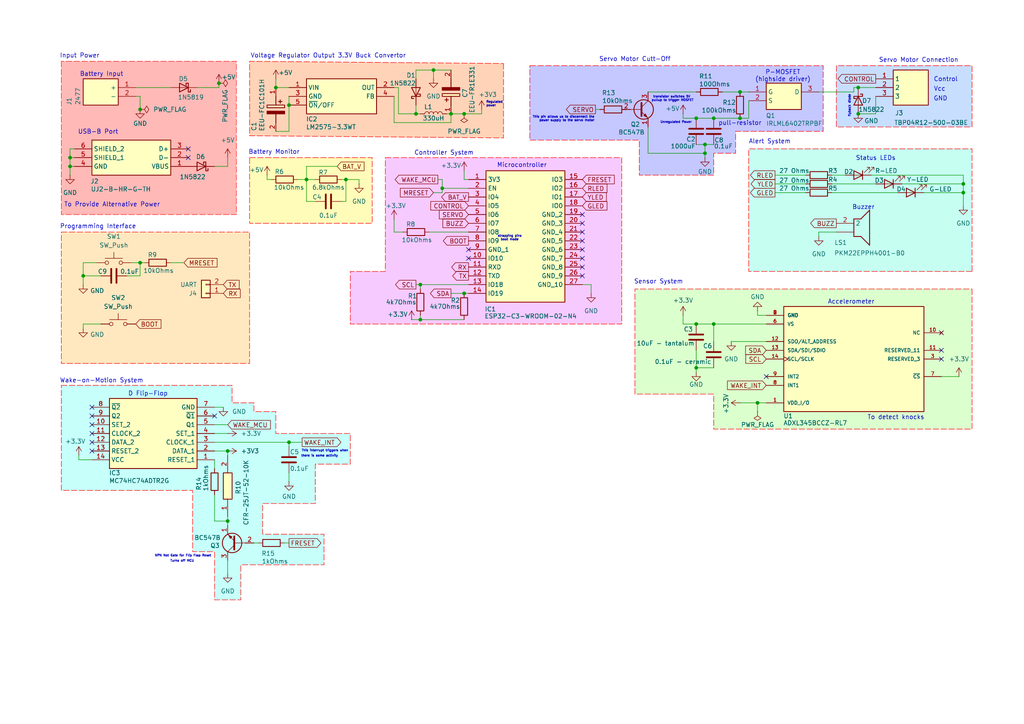
<source format=kicad_sch>
(kicad_sch (version 20250114) (generator "eeschema") (generator_version "9.0")
  (paper "A4")
  (title_block (title "KnockLockSchematic") (date "2025-10-30") (rev "1.5") (company "HSRW") (comment 1 "Group 04"))
  (text "D Flip-Flop\n" (at 42.926 114.3 0) (effects (font (size 1.27 1.27))))
  (text "NPN Not Gate for Flip Flop Reset" (at 53.086 161.29 0) (effects (font (size 0.635 0.635))))
  (text "Voltage Regulator Output 3.3V Buck Convertor\n" (at 72.644 16.256 0) (effects (font (size 1.27 1.27)) (justify left)))
  (text "there is some activity" (at 92.71 132.334 0) (effects (font (size 0.635 0.635))))
  (text "Vcc\n" (at 272.542 25.908 0) (effects (font (size 1.27 1.27))))
  (text "Battery Input" (at 29.464 21.59 0) (effects (font (size 1.27 1.27))))
  (text "P-MOSFET\n(highside driver)\n" (at 227.076 22.098 0) (effects (font (size 1.27 1.27))))
  (text "This interrupt triggers when" (at 94.234 130.81 0) (effects (font (size 0.635 0.635))))
  (text "Controller System\n\n" (at 128.778 45.466 0) (effects (font (size 1.27 1.27))))
  (text "Turns off MCU" (at 52.832 162.814 0) (effects (font (size 0.635 0.635))))
  (text "To detect knocks" (at 259.842 121.158 0) (effects (font (size 1.27 1.27))))
  (text "Control\n" (at 274.32 23.114 0) (effects (font (size 1.27 1.27))))
  (text "Programming Interface" (at 28.448 65.786 0) (effects (font (size 1.27 1.27))))
  (text "flyback diode" (at 246.38 30.734 90) (effects (font (size 0.635 0.635))))
  (text "Wake-on-Motion System" (at 29.464 110.49 0) (effects (font (size 1.27 1.27))))
  (text "strapping pins\nboot mode" (at 147.828 69.088 0) (effects (font (size 0.635 0.635))))
  (text "Unregulated Power" (at 196.088 35.56 0) (effects (font (size 0.635 0.635))))
  (text "Servo Motor Cutt-Off\n" (at 184.15 17.272 0) (effects (font (size 1.27 1.27))))
  (text "Regulated \npower" (at 140.97 30.226 0) (effects (font (size 0.635 0.635)) (justify left)))
  (text "Sensor System" (at 191.008 81.788 0) (effects (font (size 1.27 1.27))))
  (text "GND\n" (at 272.796 28.702 0) (effects (font (size 1.27 1.27))))
  (text "Buzzer\n" (at 250.444 60.198 0) (effects (font (size 1.27 1.27))))
  (text "transistor switches 5V \npullup to trigger MOSFET" (at 195.072 28.702 0) (effects (font (size 0.635 0.635))))
  (text "Alert System" (at 223.266 41.148 0) (effects (font (size 1.27 1.27))))
  (text "Servo Motor Connection\n" (at 266.446 17.526 0) (effects (font (size 1.27 1.27))))
  (text "This pin allows us to disconnect the\npower supply to the servo motor" (at 172.466 34.544 0) (effects (font (size 0.635 0.635)) (justify right)))
  (text "Input Power" (at 23.114 16.256 0) (effects (font (size 1.27 1.27))))
  (text "Microcontroller" (at 151.384 48.006 0) (effects (font (size 1.27 1.27))))
  (text "Accelerometer" (at 246.888 87.63 0) (effects (font (size 1.27 1.27))))
  (text "Battery Monitor" (at 79.502 44.196 0) (effects (font (size 1.27 1.27))))
  (text "Status LEDs" (at 254 45.974 0) (effects (font (size 1.27 1.27))))
  (text "To Provide Alternative Power" (at 32.512 59.436 0) (effects (font (size 1.27 1.27))))
  (text "USB-B Port" (at 28.448 38.354 0) (effects (font (size 1.27 1.27))))
  (text "pull-resistor" (at 214.63 35.814 0) (effects (font (size 1.27 1.27))))
  (junction (at 279.4 53.34))
  (junction (at 207.01 93.98))
  (junction (at 20.32 48.26))
  (junction (at 207.01 34.29))
  (junction (at 40.64 76.2))
  (junction (at 63.5 24.13))
  (junction (at 83.82 128.27))
  (junction (at 219.71 116.84))
  (junction (at 83.82 30.48))
  (junction (at 80.01 25.4))
  (junction (at 121.92 82.55))
  (junction (at 121.92 92.71))
  (junction (at 128.27 54.61))
  (junction (at 248.92 33.02))
  (junction (at 201.93 106.68))
  (junction (at 100.33 52.07))
  (junction (at 279.4 55.88))
  (junction (at 20.32 45.72))
  (junction (at 66.04 151.13))
  (junction (at 88.9 52.07))
  (junction (at 40.64 31.75))
  (junction (at 125.73 20.32))
  (junction (at 201.93 34.29))
  (junction (at 24.13 80.01))
  (junction (at 134.62 33.02))
  (junction (at 130.81 33.02))
  (junction (at 214.63 26.67))
  (junction (at 204.47 44.45))
  (junction (at 201.93 93.98))
  (junction (at 120.65 33.02))
  (junction (at 248.92 25.4))
  (junction (at 204.47 41.91))
  (junction (at 134.62 85.09))
  (junction (at 66.04 130.81))
  (junction (at 214.63 34.29))
  (no_connect (at 26.67 125.73))
  (no_connect (at 168.91 62.23))
  (no_connect (at 54.61 43.18))
  (no_connect (at 168.91 74.93))
  (no_connect (at 273.05 101.6))
  (no_connect (at 168.91 77.47))
  (no_connect (at 135.89 72.39))
  (no_connect (at 168.91 67.31))
  (no_connect (at 135.89 74.93))
  (no_connect (at 54.61 45.72))
  (no_connect (at 273.05 96.52))
  (no_connect (at 168.91 69.85))
  (no_connect (at 26.67 118.11))
  (no_connect (at 168.91 64.77))
  (no_connect (at 168.91 72.39))
  (no_connect (at 26.67 123.19))
  (no_connect (at 26.67 128.27))
  (no_connect (at 222.25 109.22))
  (no_connect (at 273.05 104.14))
  (no_connect (at 168.91 80.01))
  (no_connect (at 26.67 130.81))
  (no_connect (at 26.67 120.65))
  (no_connect (at 62.23 120.65))
  (wire (pts (xy 134.62 52.07) (xy 135.89 52.07)))
  (wire (pts (xy 198.12 33.02) (xy 198.12 34.29)))
  (wire (pts (xy 63.5 25.4) (xy 63.5 24.13)))
  (wire (pts (xy 134.62 85.09) (xy 135.89 85.09)))
  (wire (pts (xy 241.3 50.8) (xy 245.11 50.8)))
  (wire (pts (xy 247.65 25.4) (xy 247.65 26.67)))
  (wire (pts (xy 187.96 36.83) (xy 187.96 44.45)))
  (wire (pts (xy 66.04 152.4) (xy 66.04 151.13)))
  (wire (pts (xy 22.86 133.35) (xy 22.86 132.08)))
  (wire (pts (xy 214.63 26.67) (xy 217.17 26.67)))
  (wire (pts (xy 62.23 123.19) (xy 66.04 123.19)))
  (wire (pts (xy 134.62 49.53) (xy 134.62 52.07)))
  (wire (pts (xy 204.47 45.72) (xy 204.47 44.45)))
  (wire (pts (xy 62.23 151.13) (xy 62.23 143.51)))
  (wire (pts (xy 80.01 38.1) (xy 83.82 38.1)))
  (wire (pts (xy 180.34 31.75) (xy 181.61 31.75)))
  (wire (pts (xy 99.06 58.42) (xy 100.33 58.42)))
  (wire (pts (xy 120.65 20.32) (xy 125.73 20.32)))
  (wire (pts (xy 125.73 55.88) (xy 128.27 55.88)))
  (wire (pts (xy 27.94 76.2) (xy 24.13 76.2)))
  (wire (pts (xy 120.65 82.55) (xy 121.92 82.55)))
  (wire (pts (xy 207.01 106.68) (xy 201.93 106.68)))
  (wire (pts (xy 73.66 157.48) (xy 74.93 157.48)))
  (wire (pts (xy 24.13 93.98) (xy 29.21 93.98)))
  (wire (pts (xy 83.82 139.7) (xy 83.82 137.16)))
  (wire (pts (xy 21.59 43.18) (xy 20.32 43.18)))
  (wire (pts (xy 66.04 48.26) (xy 66.04 45.72)))
  (wire (pts (xy 115.57 25.4) (xy 115.57 33.02)))
  (wire (pts (xy 121.92 91.44) (xy 121.92 92.71)))
  (wire (pts (xy 66.04 149.86) (xy 66.04 151.13)))
  (wire (pts (xy 66.04 151.13) (xy 62.23 151.13)))
  (wire (pts (xy 130.81 85.09) (xy 134.62 85.09)))
  (wire (pts (xy 254 33.02) (xy 248.92 33.02)))
  (wire (pts (xy 172.72 31.75) (xy 173.99 31.75)))
  (wire (pts (xy 77.47 50.8) (xy 77.47 52.07)))
  (wire (pts (xy 20.32 45.72) (xy 20.32 48.26)))
  (wire (pts (xy 214.63 34.29) (xy 217.17 34.29)))
  (wire (pts (xy 130.81 33.02) (xy 130.81 35.56)))
  (wire (pts (xy 198.12 91.44) (xy 198.12 93.98)))
  (wire (pts (xy 273.05 109.22) (xy 278.13 109.22)))
  (wire (pts (xy 83.82 128.27) (xy 83.82 129.54)))
  (wire (pts (xy 128.27 54.61) (xy 135.89 54.61)))
  (wire (pts (xy 201.93 107.95) (xy 201.93 106.68)))
  (wire (pts (xy 114.3 35.56) (xy 130.81 35.56)))
  (wire (pts (xy 201.93 34.29) (xy 207.01 34.29)))
  (wire (pts (xy 139.7 33.02) (xy 139.7 31.75)))
  (wire (pts (xy 121.92 83.82) (xy 121.92 82.55)))
  (wire (pts (xy 36.83 80.01) (xy 40.64 80.01)))
  (wire (pts (xy 20.32 45.72) (xy 21.59 45.72)))
  (wire (pts (xy 187.96 44.45) (xy 204.47 44.45)))
  (wire (pts (xy 267.97 55.88) (xy 279.4 55.88)))
  (wire (pts (xy 201.93 93.98) (xy 207.01 93.98)))
  (wire (pts (xy 24.13 80.01) (xy 29.21 80.01)))
  (wire (pts (xy 219.71 90.17) (xy 219.71 91.44)))
  (wire (pts (xy 171.45 82.55) (xy 171.45 85.09)))
  (wire (pts (xy 198.12 34.29) (xy 201.93 34.29)))
  (wire (pts (xy 99.06 52.07) (xy 100.33 52.07)))
  (wire (pts (xy 125.73 20.32) (xy 125.73 22.86)))
  (wire (pts (xy 53.34 76.2) (xy 49.53 76.2)))
  (wire (pts (xy 39.37 25.4) (xy 49.53 25.4)))
  (wire (pts (xy 130.81 33.02) (xy 134.62 33.02)))
  (wire (pts (xy 119.38 92.71) (xy 121.92 92.71)))
  (wire (pts (xy 120.65 30.48) (xy 120.65 33.02)))
  (wire (pts (xy 252.73 50.8) (xy 279.4 50.8)))
  (wire (pts (xy 134.62 33.02) (xy 139.7 33.02)))
  (wire (pts (xy 97.79 48.26) (xy 88.9 48.26)))
  (wire (pts (xy 207.01 99.06) (xy 207.01 93.98)))
  (wire (pts (xy 120.65 20.32) (xy 120.65 22.86)))
  (wire (pts (xy 62.23 133.35) (xy 62.23 135.89)))
  (wire (pts (xy 219.71 116.84) (xy 222.25 116.84)))
  (wire (pts (xy 86.36 52.07) (xy 88.9 52.07)))
  (wire (pts (xy 40.64 76.2) (xy 38.1 76.2)))
  (wire (pts (xy 24.13 80.01) (xy 24.13 82.55)))
  (wire (pts (xy 124.46 67.31) (xy 135.89 67.31)))
  (wire (pts (xy 114.3 27.94) (xy 114.3 35.56)))
  (wire (pts (xy 128.27 52.07) (xy 128.27 54.61)))
  (wire (pts (xy 21.59 48.26) (xy 20.32 48.26)))
  (wire (pts (xy 66.04 125.73) (xy 62.23 125.73)))
  (wire (pts (xy 115.57 33.02) (xy 120.65 33.02)))
  (wire (pts (xy 222.25 91.44) (xy 219.71 91.44)))
  (wire (pts (xy 24.13 76.2) (xy 24.13 80.01)))
  (wire (pts (xy 224.79 55.88) (xy 233.68 55.88)))
  (wire (pts (xy 125.73 20.32) (xy 130.81 20.32)))
  (wire (pts (xy 26.67 133.35) (xy 22.86 133.35)))
  (wire (pts (xy 279.4 59.69) (xy 279.4 55.88)))
  (wire (pts (xy 121.92 92.71) (xy 134.62 92.71)))
  (wire (pts (xy 20.32 48.26) (xy 20.32 50.8)))
  (wire (pts (xy 247.65 26.67) (xy 237.49 26.67)))
  (wire (pts (xy 83.82 38.1) (xy 83.82 30.48)))
  (wire (pts (xy 80.01 22.86) (xy 80.01 25.4)))
  (wire (pts (xy 214.63 116.84) (xy 219.71 116.84)))
  (wire (pts (xy 41.91 76.2) (xy 40.64 76.2)))
  (wire (pts (xy 62.23 48.26) (xy 66.04 48.26)))
  (wire (pts (xy 66.04 130.81) (xy 66.04 132.08)))
  (wire (pts (xy 82.55 157.48) (xy 83.82 157.48)))
  (wire (pts (xy 62.23 130.81) (xy 66.04 130.81)))
  (wire (pts (xy 62.23 128.27) (xy 83.82 128.27)))
  (wire (pts (xy 121.92 33.02) (xy 120.65 33.02)))
  (wire (pts (xy 198.12 93.98) (xy 201.93 93.98)))
  (wire (pts (xy 88.9 48.26) (xy 88.9 52.07)))
  (wire (pts (xy 88.9 58.42) (xy 88.9 52.07)))
  (wire (pts (xy 209.55 26.67) (xy 214.63 26.67)))
  (wire (pts (xy 83.82 27.94) (xy 83.82 30.48)))
  (wire (pts (xy 88.9 52.07) (xy 91.44 52.07)))
  (wire (pts (xy 104.14 52.07) (xy 104.14 53.34)))
  (wire (pts (xy 261.62 53.34) (xy 279.4 53.34)))
  (wire (pts (xy 40.64 80.01) (xy 40.64 76.2)))
  (wire (pts (xy 121.92 82.55) (xy 135.89 82.55)))
  (wire (pts (xy 20.32 43.18) (xy 20.32 45.72)))
  (wire (pts (xy 187.96 26.67) (xy 201.93 26.67)))
  (wire (pts (xy 128.27 55.88) (xy 128.27 54.61)))
  (wire (pts (xy 217.17 34.29) (xy 217.17 29.21)))
  (wire (pts (xy 207.01 34.29) (xy 214.63 34.29)))
  (wire (pts (xy 224.79 50.8) (xy 233.68 50.8)))
  (wire (pts (xy 91.44 58.42) (xy 88.9 58.42)))
  (wire (pts (xy 204.47 41.91) (xy 207.01 41.91)))
  (wire (pts (xy 279.4 53.34) (xy 279.4 55.88)))
  (wire (pts (xy 100.33 52.07) (xy 104.14 52.07)))
  (wire (pts (xy 242.57 67.31) (xy 237.49 67.31)))
  (wire (pts (xy 207.01 93.98) (xy 222.25 93.98)))
  (wire (pts (xy 114.3 67.31) (xy 116.84 67.31)))
  (wire (pts (xy 100.33 58.42) (xy 100.33 52.07)))
  (wire (pts (xy 168.91 82.55) (xy 171.45 82.55)))
  (wire (pts (xy 204.47 44.45) (xy 204.47 41.91)))
  (wire (pts (xy 130.81 33.02) (xy 129.54 33.02)))
  (wire (pts (xy 212.09 99.06) (xy 222.25 99.06)))
  (wire (pts (xy 247.65 25.4) (xy 248.92 25.4)))
  (wire (pts (xy 254 27.94) (xy 254 33.02)))
  (wire (pts (xy 40.64 27.94) (xy 39.37 27.94)))
  (wire (pts (xy 57.15 25.4) (xy 63.5 25.4)))
  (wire (pts (xy 241.3 53.34) (xy 254 53.34)))
  (wire (pts (xy 24.13 95.25) (xy 24.13 93.98)))
  (wire (pts (xy 237.49 67.31) (xy 237.49 68.58)))
  (wire (pts (xy 127 52.07) (xy 128.27 52.07)))
  (wire (pts (xy 80.01 25.4) (xy 83.82 25.4)))
  (wire (pts (xy 40.64 27.94) (xy 40.64 31.75)))
  (wire (pts (xy 64.77 118.11) (xy 62.23 118.11)))
  (wire (pts (xy 201.93 101.6) (xy 201.93 106.68)))
  (wire (pts (xy 114.3 25.4) (xy 115.57 25.4)))
  (wire (pts (xy 66.04 162.56) (xy 66.04 166.37)))
  (wire (pts (xy 224.79 53.34) (xy 233.68 53.34)))
  (wire (pts (xy 83.82 128.27) (xy 87.63 128.27)))
  (wire (pts (xy 219.71 116.84) (xy 219.71 119.38)))
  (wire (pts (xy 248.92 25.4) (xy 254 25.4)))
  (wire (pts (xy 77.47 52.07) (xy 78.74 52.07)))
  (wire (pts (xy 201.93 41.91) (xy 204.47 41.91)))
  (wire (pts (xy 279.4 50.8) (xy 279.4 53.34)))
  (wire (pts (xy 241.3 55.88) (xy 260.35 55.88)))
  (wire (pts (xy 114.3 63.5) (xy 114.3 67.31)))
  (global_label "RLED" (shape input) (at 168.91 54.61 0) (property "Intersheetrefs" "${INTERSHEET_REFS}" (effects (hide yes))))
  (global_label "WAKE_MCU" (shape input) (at 66.04 123.19 0) (property "Intersheetrefs" "${INTERSHEET_REFS}" (effects (hide yes))))
  (global_label "SERVO" (shape output) (at 172.72 31.75 180) (property "Intersheetrefs" "${INTERSHEET_REFS}" (effects (hide yes))))
  (global_label "BAT_V" (shape output) (at 135.89 57.15 180) (property "Intersheetrefs" "${INTERSHEET_REFS}" (effects (hide yes))))
  (global_label "SCL" (shape input) (at 222.25 104.14 180) (property "Intersheetrefs" "${INTERSHEET_REFS}" (effects (hide yes))))
  (global_label "WAKE_INT" (shape input) (at 222.25 111.76 180) (property "Intersheetrefs" "${INTERSHEET_REFS}" (effects (hide yes))))
  (global_label "RX" (shape output) (at 135.89 77.47 180) (property "Intersheetrefs" "${INTERSHEET_REFS}" (effects (hide yes))))
  (global_label "SERVO" (shape input) (at 135.89 62.23 180) (property "Intersheetrefs" "${INTERSHEET_REFS}" (effects (hide yes))))
  (global_label "CONTROL" (shape input) (at 135.89 59.69 180) (property "Intersheetrefs" "${INTERSHEET_REFS}" (effects (hide yes))))
  (global_label "MRESET" (shape input) (at 125.73 55.88 180) (property "Intersheetrefs" "${INTERSHEET_REFS}" (effects (hide yes))))
  (global_label "YLED" (shape input) (at 168.91 57.15 0) (property "Intersheetrefs" "${INTERSHEET_REFS}" (effects (hide yes))))
  (global_label "RLED" (shape output) (at 224.79 50.8 180) (property "Intersheetrefs" "${INTERSHEET_REFS}" (effects (hide yes))))
  (global_label "WAKE_INT" (shape output) (at 87.63 128.27 0) (property "Intersheetrefs" "${INTERSHEET_REFS}" (effects (hide yes))))
  (global_label "FRESET" (shape input) (at 168.91 52.07 0) (property "Intersheetrefs" "${INTERSHEET_REFS}" (effects (hide yes))))
  (global_label "BOOT" (shape output) (at 135.89 69.85 180) (property "Intersheetrefs" "${INTERSHEET_REFS}" (effects (hide yes))))
  (global_label "SDA" (shape output) (at 130.81 85.09 180) (property "Intersheetrefs" "${INTERSHEET_REFS}" (effects (hide yes))))
  (global_label "TX" (shape output) (at 135.89 80.01 180) (property "Intersheetrefs" "${INTERSHEET_REFS}" (effects (hide yes))))
  (global_label "YLED" (shape output) (at 224.79 53.34 180) (property "Intersheetrefs" "${INTERSHEET_REFS}" (effects (hide yes))))
  (global_label "BOOT" (shape input) (at 39.37 93.98 0) (property "Intersheetrefs" "${INTERSHEET_REFS}" (effects (hide yes))))
  (global_label "SDA" (shape input) (at 222.25 101.6 180) (property "Intersheetrefs" "${INTERSHEET_REFS}" (effects (hide yes))))
  (global_label "GLED" (shape input) (at 168.91 59.69 0) (property "Intersheetrefs" "${INTERSHEET_REFS}" (effects (hide yes))))
  (global_label "MRESET" (shape input) (at 53.34 76.2 0) (property "Intersheetrefs" "${INTERSHEET_REFS}" (effects (hide yes))))
  (global_label "BUZZ" (shape output) (at 242.57 64.77 180) (property "Intersheetrefs" "${INTERSHEET_REFS}" (effects (hide yes))))
  (global_label "GLED" (shape output) (at 224.79 55.88 180) (property "Intersheetrefs" "${INTERSHEET_REFS}" (effects (hide yes))))
  (global_label "BAT_V" (shape input) (at 97.79 48.26 0) (property "Intersheetrefs" "${INTERSHEET_REFS}" (effects (hide yes))))
  (global_label "RX" (shape input) (at 64.77 85.09 0) (property "Intersheetrefs" "${INTERSHEET_REFS}" (effects (hide yes))))
  (global_label "TX" (shape input) (at 64.77 82.55 0) (property "Intersheetrefs" "${INTERSHEET_REFS}" (effects (hide yes))))
  (global_label "FRESET" (shape output) (at 83.82 157.48 0) (property "Intersheetrefs" "${INTERSHEET_REFS}" (effects (hide yes))))
  (global_label "WAKE_MCU" (shape output) (at 127 52.07 180) (property "Intersheetrefs" "${INTERSHEET_REFS}" (effects (hide yes))))
  (global_label "SCL" (shape output) (at 120.65 82.55 180) (property "Intersheetrefs" "${INTERSHEET_REFS}" (effects (hide yes))))
  (global_label "CONTROL" (shape output) (at 254 22.86 180) (property "Intersheetrefs" "${INTERSHEET_REFS}" (effects (hide yes))))
  (global_label "BUZZ" (shape input) (at 135.89 64.77 180) (property "Intersheetrefs" "${INTERSHEET_REFS}" (effects (hide yes))))
  (rule_area (polyline (pts (xy 17.78 17.78) (xy 17.78 62.23) (xy 68.58 62.23) (xy 68.58 17.78)) (stroke (width 0) (type dash) (color 255 29 29 1)) (fill (type color) (color 255 23 12 0.3))))
  (rule_area (polyline (pts (xy 242.57 19.05) (xy 242.57 36.83) (xy 281.94 36.83) (xy 281.94 19.05)) (stroke (width 0) (type dash)) (fill (type color) (color 74 147 255 0.3019607843))))
  (rule_area (polyline (pts (xy 153.67 19.05) (xy 238.76 19.05) (xy 238.76 38.1) (xy 213.36 38.1) (xy 213.36 44.45) (xy 207.01 44.45) (xy 207.01 50.8) (xy 185.42 50.8) (xy 185.42 40.64) (xy 153.67 40.64)) (stroke (width 0) (type dash)) (fill (type color) (color 60 67 255 0.3))))
  (rule_area (polyline (pts (xy 281.94 83.82) (xy 281.94 124.46) (xy 207.01 124.46) (xy 207.01 114.3) (xy 184.15 114.3) (xy 184.15 83.82)) (stroke (width 0) (type dash)) (fill (type color) (color 138 255 90 0.3))))
  (rule_area (polyline (pts (xy 72.39 45.72) (xy 107.95 45.72) (xy 107.95 64.77) (xy 72.39 64.77)) (stroke (width 0) (type dash)) (fill (type color) (color 255 240 18 0.3))))
  (rule_area (polyline (pts (xy 17.78 111.76) (xy 67.31 111.76) (xy 67.31 116.84) (xy 73.66 116.84) (xy 73.66 119.38) (xy 80.01 119.38) (xy 80.01 125.73) (xy 101.6 125.73) (xy 101.6 134.62) (xy 91.44 134.62) (xy 91.44 146.05) (xy 76.2 146.05) (xy 76.2 154.94) (xy 93.98 154.94) (xy 93.98 163.83) (xy 69.85 163.83) (xy 69.85 173.99) (xy 62.23 173.99) (xy 62.23 160.02) (xy 55.88 160.02) (xy 55.88 142.24) (xy 17.78 142.24)) (stroke (width 0) (type dash)) (fill (type color) (color 69 255 238 0.3))))
  (rule_area (polyline (pts (xy 17.78 67.31) (xy 50.8 67.31) (xy 72.39 67.31) (xy 72.39 76.2) (xy 72.39 105.41) (xy 50.8 105.41) (xy 50.8 105.41) (xy 17.78 105.41)) (stroke (width 0) (type dash)) (fill (type color) (color 255 176 41 0.3))))
  (rule_area (polyline (pts (xy 281.94 78.74) (xy 217.17 78.74) (xy 217.17 43.18) (xy 281.94 43.18)) (stroke (width 0) (type dash)) (fill (type color) (color 66 255 212 0.3))))
  (rule_area (polyline (pts (xy 146.05 18.415) (xy 146.05 40.005) (xy 72.39 39.37) (xy 72.39 17.78)) (stroke (width 0) (type dash)) (fill (type color) (color 255 109 17 0.3))))
  (rule_area (polyline (pts (xy 111.76 45.72) (xy 180.34 45.72) (xy 180.34 93.98) (xy 101.6 93.98) (xy 101.6 78.74) (xy 111.76 78.74)) (stroke (width 0) (type dash)) (fill (type color) (color 227 78 255 0.3))))
  (symbol (lib_id "power:GND") (at 279.4 59.69 0) (unit 1)
    (property "Reference" "#PWR024" (effects (hide yes)))
    (property "Value" "GND" (at 279.4 64.77 0))
    (property "Description" "Power symbol creates a global label with name \"GND\" , ground" (effects (hide yes)))
  )
  (symbol (lib_id "SamacSys_Parts:EEU-FC1C101H") (at 80.01 25.4 270) (unit 1)
    (property "Reference" "C1" (at 73.66 35.306 0) (effects (justify left)))
    (property "Value" "EEU-FC1C101H" (at 75.946 22.86 0) (effects (justify left)))
    (property "Footprint" "SamacSys_Parts:CAPPRD250W55D630H1220" (effects (hide yes)))
    (property "Datasheet" "http://industrial.panasonic.com/cdbs/www-data/pdf/RDF0000/ABA0000C1209.pdf" (effects (hide yes)))
    (property "Description" "Aluminium Electrolytic Capacitor, Radial Lead, AEC-Q200, 105?C" (effects (hide yes)))
    (property "Height" "12.2" (effects (hide yes)))
    (property "Mouser Part Number" "667-EEU-FC1C101H" (effects (hide yes)))
    (property "Mouser Price/Stock" "https://www.mouser.co.uk/ProductDetail/Panasonic/EEU-FC1C101H?qs=%2FC1U95aQ15szP%252BXx0reJVg%3D%3D" (effects (hide yes)))
    (property "Manufacturer_Name" "Panasonic" (effects (hide yes)))
    (property "Manufacturer_Part_Number" "EEU-FC1C101H" (effects (hide yes)))
  )
  (symbol (lib_id "Device:C") (at 207.01 102.87 180) (unit 1)
    (property "Reference" "C6" (at 205.232 100.33 0))
    (property "Value" "0.1uF - ceramic" (at 198.12 104.902 0))
    (property "Description" "Unpolarized capacitor" (effects (hide yes)))
  )
  (symbol (lib_id "power:+3.3V") (at 198.12 91.44 0) (unit 1)
    (property "Reference" "#PWR026" (effects (hide yes)))
    (property "Value" "+3.3V" (at 198.12 87.122 0))
    (property "Description" "Power symbol creates a global label with name \"+3.3V\"" (effects (hide yes)))
  )
  (symbol (lib_id "SamacSys_Parts:CFR-25JT-52-10K") (at 66.04 149.86 90) (unit 1)
    (property "Reference" "R10" (at 69.088 139.446 0) (effects (justify right)))
    (property "Value" "CFR-25JT-52-10K" (at 71.374 133.35 0) (effects (justify right)))
    (property "Footprint" "SamacSys_Parts:RESAD1590W60L630D240" (effects (hide yes)))
    (property "Datasheet" "https://www.yageo.com/upload/media/product/productsearch/datasheet/lr/YAGEO%20CFR_datasheet_2021v0.pdf" (effects (hide yes)))
    (property "Description" "Carbon Film Resistors - Through Hole 10 kOhms 250 mW 5% -350/ +500 PPM / C" (effects (hide yes)))
    (property "Mouser Part Number" "603-CFR-25JT-52-10K" (effects (hide yes)))
    (property "Mouser Price/Stock" "https://www.mouser.co.uk/ProductDetail/YAGEO/CFR-25JT-52-10K?qs=sxZXDnvRBEh6BTlAYl6hWg%3D%3D" (effects (hide yes)))
    (property "Manufacturer_Name" "YAGEO" (effects (hide yes)))
    (property "Manufacturer_Part_Number" "CFR-25JT-52-10K" (effects (hide yes)))
  )
  (symbol (lib_id "Transistor_BJT:2N3904") (at 185.42 31.75 0) (unit 1)
    (property "Reference" "Q2" (at 182.88 36.068 0) (effects (justify left)))
    (property "Value" "BC547B" (at 179.324 38.354 0) (effects (justify left)))
    (property "Footprint" "Package_TO_SOT_THT:TO-92_HandSolder" (effects (hide yes)))
    (property "Datasheet" "https://www.onsemi.com/pub/Collateral/2N3903-D.PDF" (effects (hide yes)))
    (property "Description" "0.2A Ic, 40V Vce, Small Signal NPN Transistor, TO-92" (effects (hide yes)))
  )
  (symbol (lib_id "Device:R") (at 237.49 55.88 90) (unit 1)
    (property "Reference" "R5" (at 241.554 54.61 90))
    (property "Value" "27 Ohms" (at 230.378 54.61 90))
    (property "Footprint" "SamacSys_Parts:RESAD1590W60L630D240" (effects (hide yes)))
    (property "Description" "Resistor" (effects (hide yes)))
  )
  (symbol (lib_id "SamacSys_Parts:TBP04R12-500-03BE") (at 254 22.86 0) (unit 1)
    (property "Reference" "J3" (at 259.588 32.766 0) (effects (justify left)))
    (property "Value" "TBP04R12-500-03BE" (at 259.334 35.56 0) (effects (justify left)))
    (property "Footprint" "SamacSys_Parts:TBP04R1250003BE" (effects (hide yes)))
    (property "Datasheet" "https://www.sameskydevices.com/product/resource/tbp04r12-500.pdf" (effects (hide yes)))
    (property "Description" "3 Position Terminal Block Header, Male Pins, Shrouded (4 Side) 0.197\" (5.00mm) 90, Right Angle Through Hole" (effects (hide yes)))
    (property "Height" "8.8" (effects (hide yes)))
    (property "Mouser Part Number" "179-TBP04R12-50003BE" (effects (hide yes)))
    (property "Mouser Price/Stock" "https://www.mouser.co.uk/ProductDetail/CUI-Devices/TBP04R12-500-03BE?qs=TCDPyi3sCW0NaxY6tKwPhA%3D%3D" (effects (hide yes)))
    (property "Manufacturer_Name" "Same Sky" (effects (hide yes)))
    (property "Manufacturer_Part_Number" "TBP04R12-500-03BE" (effects (hide yes)))
  )
  (symbol (lib_id "SamacSys_Parts:MC74HC74ADTR2G") (at 62.23 133.35 180) (unit 1)
    (property "Reference" "IC3" (at 33.274 137.16 0))
    (property "Value" "MC74HC74ADTR2G" (at 40.386 139.446 0))
    (property "Footprint" "SamacSys_Parts:SOP65P640X120-14N" (effects (hide yes)))
    (property "Datasheet" "https://www.onsemi.com/pub/Collateral/MC74HC74A-D.PDF" (effects (hide yes)))
    (property "Description" "Operating Voltage Range: 2.0 to 6.0 V; Output Drive Capability: 10 LSTTL Loads; In Compliance with the Requirements Defined by JEDEC Standard No. 7A; High Noise Immunity Characteristic of CMOS Devices; Chip Complexity: 128 FETs or 32 Equivalent Gates; Outputs Directly Interface to CMOS, NMOS, and TTL; Low Input Current: 1.0 mA; Pb-Free Packages are Available" (effects (hide yes)))
    (property "Height" "1.2" (effects (hide yes)))
    (property "Mouser Part Number" "863-MC74HC74ADTR2G" (effects (hide yes)))
    (property "Mouser Price/Stock" "https://www.mouser.co.uk/ProductDetail/onsemi/MC74HC74ADTR2G?qs=qg33o%252B8vzFpElZhsrDIJOg%3D%3D" (effects (hide yes)))
    (property "Manufacturer_Name" "onsemi" (effects (hide yes)))
    (property "Manufacturer_Part_Number" "MC74HC74ADTR2G" (effects (hide yes)))
  )
  (symbol (lib_id "power:GND") (at 66.04 166.37 0) (unit 1)
    (property "Reference" "#PWR010" (effects (hide yes)))
    (property "Value" "GND" (at 66.04 171.45 0))
    (property "Description" "Power symbol creates a global label with name \"GND\" , ground" (effects (hide yes)))
  )
  (symbol (lib_id "power:GND") (at 104.14 53.34 0) (unit 1)
    (property "Reference" "#PWR07" (effects (hide yes)))
    (property "Value" "GND" (at 104.14 58.42 0))
    (property "Description" "Power symbol creates a global label with name \"GND\" , ground" (effects (hide yes)))
  )
  (symbol (lib_id "power:GND") (at 219.71 90.17 180) (unit 1)
    (property "Reference" "#PWR025" (effects (hide yes)))
    (property "Value" "GND" (at 219.71 86.106 0))
    (property "Description" "Power symbol creates a global label with name \"GND\" , ground" (effects (hide yes)))
  )
  (symbol (lib_id "power:GND") (at 20.32 50.8 0) (unit 1)
    (property "Reference" "#PWR09" (effects (hide yes)))
    (property "Value" "GND" (at 20.32 55.88 0))
    (property "Description" "Power symbol creates a global label with name \"GND\" , ground" (effects (hide yes)))
  )
  (symbol (lib_id "power:+5V") (at 63.5 24.13 0) (unit 1)
    (property "Reference" "#PWR04" (effects (hide yes)))
    (property "Value" "+5V" (at 66.294 22.352 0))
    (property "Description" "Power symbol creates a global label with name \"+5V\"" (effects (hide yes)))
  )
  (symbol (lib_id "Device:LED") (at 248.92 50.8 180) (unit 1)
    (property "Reference" "D2" (at 246.126 49.784 0))
    (property "Value" "R-LED" (at 257.048 49.53 0))
    (property "Description" "Light emitting diode" (effects (hide yes)))
    (property "Sim.Pins" "1=K 2=A" (effects (hide yes)))
  )
  (symbol (lib_id "Device:C") (at 83.82 133.35 0) (unit 1)
    (property "Reference" "C5" (at 84.074 131.064 0) (effects (justify left)))
    (property "Value" "0.1uF" (at 84.074 135.89 0) (effects (justify left)))
    (property "Description" "Unpolarized capacitor" (effects (hide yes)))
  )
  (symbol (lib_id "Device:R") (at 205.74 26.67 90) (unit 1)
    (property "Reference" "R11" (at 204.724 22.098 90))
    (property "Value" "100Ohms" (at 207.264 24.384 90))
    (property "Description" "Resistor" (effects (hide yes)))
  )
  (symbol (lib_id "Device:LED") (at 257.81 53.34 180) (unit 1)
    (property "Reference" "D3" (at 255.016 52.324 0))
    (property "Value" "Y-LED" (at 266.192 52.07 0))
    (property "Description" "Light emitting diode" (effects (hide yes)))
    (property "Sim.Pins" "1=K 2=A" (effects (hide yes)))
  )
  (symbol (lib_id "SamacSys_Parts:PKM22EPPH4001-B0") (at 242.57 64.77 0) (unit 1)
    (property "Reference" "LS1" (at 243.84 70.358 0))
    (property "Value" "PKM22EPPH4001-B0" (at 252.222 73.406 0))
    (property "Footprint" "SamacSys_Parts:PKM22EPPH4001B0" (effects (hide yes)))
    (property "Datasheet" "https://www.murata.com/products/productdata/8801054064670/SPEC-PKM22EPPH4001-B0.pdf?1517839211000" (effects (hide yes)))
    (property "Description" "Buzzers Transducer, Externally Driven Piezo 1.5 V 4kHz 75dB @ 1.5V, 10cm Through Hole PC Pins" (effects (hide yes)))
    (property "Height" "10.7" (effects (hide yes)))
    (property "Mouser Part Number" "81-PKM22EPPH4001-B0" (effects (hide yes)))
    (property "Mouser Price/Stock" "https://www.mouser.co.uk/ProductDetail/Murata-Electronics/PKM22EPPH4001-B0?qs=flZjIlU0hx2Fke4m2iZ9MA%3D%3D" (effects (hide yes)))
    (property "Manufacturer_Name" "Murata Electronics" (effects (hide yes)))
    (property "Manufacturer_Part_Number" "PKM22EPPH4001-B0" (effects (hide yes)))
  )
  (symbol (lib_id "power:+3.3V") (at 214.63 116.84 90) (unit 1)
    (property "Reference" "#PWR027" (effects (hide yes)))
    (property "Value" "+3.3V" (at 210.566 117.094 0))
    (property "Description" "Power symbol creates a global label with name \"+3.3V\"" (effects (hide yes)))
  )
  (symbol (lib_id "Device:C") (at 201.93 97.79 180) (unit 1)
    (property "Reference" "C3" (at 199.644 95.504 0))
    (property "Value" "10uF - tantalum" (at 193.04 99.568 0))
    (property "Description" "Unpolarized capacitor" (effects (hide yes)))
  )
  (symbol (lib_id "Switch:SW_Push") (at 33.02 76.2 0) (unit 1)
    (property "Reference" "SW1" (at 33.02 68.58 0))
    (property "Value" "SW_Push" (at 33.02 71.12 0))
    (property "Description" "Push button switch, generic, two pins" (effects (hide yes)))
  )
  (symbol (lib_id "power:+3.3V") (at 278.13 109.22 0) (unit 1)
    (property "Reference" "#PWR028" (effects (hide yes)))
    (property "Value" "+3.3V" (at 278.13 104.14 0))
    (property "Description" "Power symbol creates a global label with name \"+3.3V\"" (effects (hide yes)))
  )
  (symbol (lib_id "Switch:SW_Push") (at 34.29 93.98 0) (unit 1)
    (property "Reference" "SW2" (at 34.29 86.36 0))
    (property "Value" "SW_Push" (at 34.29 88.9 0))
    (property "Description" "Push button switch, generic, two pins" (effects (hide yes)))
  )
  (symbol (lib_id "Device:R") (at 82.55 52.07 90) (unit 1)
    (property "Reference" "R6" (at 81.026 49.784 90))
    (property "Value" "10kOhms" (at 83.82 54.356 90))
    (property "Footprint" "SamacSys_Parts:RESAD1590W60L630D240" (effects (hide yes)))
    (property "Description" "Resistor" (effects (hide yes)))
  )
  (symbol (lib_id "Diode:1N5822") (at 248.92 29.21 270) (unit 1)
    (property "Reference" "D7" (at 252.73 29.21 90) (effects (justify right)))
    (property "Value" "1N5822" (at 256.54 31.75 90) (effects (justify right)))
    (property "Footprint" "Diode_THT:D_DO-201AD_P15.24mm_Horizontal" (effects (hide yes)))
    (property "Datasheet" "http://www.vishay.com/docs/88526/1n5820.pdf" (effects (hide yes)))
    (property "Description" "40V 3A Schottky Barrier Rectifier Diode, DO-201AD" (effects (hide yes)))
  )
  (symbol (lib_id "power:+3.3V") (at 22.86 132.08 0) (unit 1)
    (property "Reference" "#PWR02" (effects (hide yes)))
    (property "Value" "+3.3V" (at 21.844 128.016 0))
    (property "Description" "Power symbol creates a global label with name \"+3.3V\"" (effects (hide yes)))
  )
  (symbol (lib_id "Device:C") (at 33.02 80.01 90) (unit 1)
    (property "Reference" "C9" (at 29.718 78.74 90))
    (property "Value" "0.1uF" (at 37.592 78.74 90))
    (property "Description" "Unpolarized capacitor" (effects (hide yes)))
  )
  (symbol (lib_id "Device:R") (at 121.92 87.63 180) (unit 1)
    (property "Reference" "R1" (at 119.634 85.852 0))
    (property "Value" "4k7Ohms" (at 116.332 87.63 0))
    (property "Footprint" "SamacSys_Parts:RESAD1590W60L630D240" (effects (hide yes)))
    (property "Description" "Resistor" (effects (hide yes)))
  )
  (symbol (lib_id "Device:R") (at 177.8 31.75 90) (unit 1)
    (property "Reference" "R13" (at 176.53 26.924 90))
    (property "Value" "10kOhms" (at 179.07 29.21 90))
    (property "Description" "Resistor" (effects (hide yes)))
  )
  (symbol (lib_id "Device:R") (at 95.25 52.07 90) (unit 1)
    (property "Reference" "R7" (at 93.726 50.038 90))
    (property "Value" "6.8kOhms" (at 95.25 54.356 90))
    (property "Footprint" "SamacSys_Parts:RESAD1590W60L630D240" (effects (hide yes)))
    (property "Description" "Resistor" (effects (hide yes)))
  )
  (symbol (lib_id "SamacSys_Parts:IRLML6402TRPBF") (at 217.17 26.67 0) (unit 1)
    (property "Reference" "Q1" (at 223.52 33.528 0))
    (property "Value" "IRLML6402TRPBF" (at 230.378 35.814 0))
    (property "Footprint" "SamacSys_Parts:SOT95P237X112-3N" (effects (hide yes)))
    (property "Datasheet" "http://www.infineon.com/dgdl/irlml6402pbf.pdf?fileId=5546d462533600a401535668d5c2263c" (effects (hide yes)))
    (property "Description" "MOSFET MOSFT P-Ch -3.7A 65mOhm 8nC Log Lvl" (effects (hide yes)))
    (property "Height" "1.12" (effects (hide yes)))
    (property "Mouser Part Number" "942-IRLML6402TRPBF" (effects (hide yes)))
    (property "Mouser Price/Stock" "https://www.mouser.co.uk/ProductDetail/Infineon-Technologies/IRLML6402TRPBF?qs=9%252BKlkBgLFf0HuZuONx2Ewg%3D%3D" (effects (hide yes)))
    (property "Manufacturer_Name" "Infineon" (effects (hide yes)))
    (property "Manufacturer_Part_Number" "IRLML6402TRPBF" (effects (hide yes)))
  )
  (symbol (lib_id "Connector_Generic:Conn_01x02") (at 59.69 85.09 180) (unit 1)
    (property "Reference" "J4" (at 57.15 85.0901 0) (effects (justify left)))
    (property "Value" "UART" (at 57.15 82.5501 0) (effects (justify left)))
    (property "Footprint" "Connector_PinHeader_2.54mm:PinHeader_1x02_P2.54mm_Vertical" (effects (hide yes)))
    (property "Description" "Generic connector, single row, 01x02, script generated (kicad-library-utils/schlib/autogen/connector/)" (effects (hide yes)))
  )
  (symbol (lib_id "SamacSys_Parts:LM2575-3.3WT") (at 83.82 25.4 0) (unit 1)
    (property "Reference" "IC2" (at 90.424 34.544 0))
    (property "Value" "LM2575-3.3WT" (at 96.012 36.83 0))
    (property "Footprint" "SamacSys_Parts:LM257533WT" (effects (hide yes)))
    (property "Datasheet" "https://ww1.microchip.com/downloads/en/DeviceDoc/lm2575.pdf" (effects (hide yes)))
    (property "Description" "Switching Voltage Regulators 1A Step-Down SMPS Regulator" (effects (hide yes)))
    (property "Height" "15.113" (effects (hide yes)))
    (property "Mouser Part Number" "998-LM2575-3.3WT" (effects (hide yes)))
    (property "Mouser Price/Stock" "https://www.mouser.co.uk/ProductDetail/Microchip-Technology/LM2575-3.3WT?qs=kh6iOki%2FeLFAZSEMjMNbiQ%3D%3D" (effects (hide yes)))
    (property "Manufacturer_Name" "Microchip" (effects (hide yes)))
    (property "Manufacturer_Part_Number" "LM2575-3.3WT" (effects (hide yes)))
  )
  (symbol (lib_id "power:GND") (at 248.92 33.02 0) (unit 1)
    (property "Reference" "#PWR015" (effects (hide yes)))
    (property "Value" "GND" (at 252.73 35.052 0))
    (property "Description" "Power symbol creates a global label with name \"GND\" , ground" (effects (hide yes)))
  )
  (symbol (lib_id "Device:R") (at 62.23 139.7 0) (unit 1)
    (property "Reference" "R14" (at 57.658 142.24 90) (effects (justify left)))
    (property "Value" "1kOhms" (at 59.69 142.494 90) (effects (justify left)))
    (property "Description" "Resistor" (effects (hide yes)))
  )
  (symbol (lib_id "Device:R") (at 78.74 157.48 90) (unit 1)
    (property "Reference" "R15" (at 79.756 160.528 90) (effects (justify left)))
    (property "Value" "1kOhms" (at 83.566 162.814 90) (effects (justify left)))
    (property "Description" "Resistor" (effects (hide yes)))
  )
  (symbol (lib_id "power:GND") (at 24.13 82.55 0) (unit 1)
    (property "Reference" "#PWR032" (effects (hide yes)))
    (property "Value" "GND" (at 28.194 84.328 0))
    (property "Description" "Power symbol creates a global label with name \"GND\" , ground" (effects (hide yes)))
  )
  (symbol (lib_id "power:+3.3V") (at 114.3 63.5 0) (unit 1)
    (property "Reference" "#PWR031" (effects (hide yes)))
    (property "Value" "+3.3V" (at 114.808 59.69 0))
    (property "Description" "Power symbol creates a global label with name \"+3.3V\"" (effects (hide yes)))
  )
  (symbol (lib_id "SamacSys_Parts:2477") (at 39.37 27.94 180) (unit 1)
    (property "Reference" "J1" (at 20.066 28.194 90) (effects (justify left)))
    (property "Value" "2477" (at 22.606 25.4 90) (effects (justify left)))
    (property "Footprint" "SamacSys_Parts:2477" (effects (hide yes)))
    (property "Datasheet" "https://www.keyelco.com/product-pdf.cfm?p=1039" (effects (hide yes)))
    (property "Description" "Cylindrical Battery Contacts, Clips, Holders & Springs 4AA PLASTIC HOLDER" (effects (hide yes)))
    (property "Height" "17.01" (effects (hide yes)))
    (property "Mouser Part Number" "534-2477" (effects (hide yes)))
    (property "Mouser Price/Stock" "https://www.mouser.co.uk/ProductDetail/Keystone-Electronics/2477?qs=Q3RoVmURDolEbXnNenQutg%3D%3D" (effects (hide yes)))
    (property "Manufacturer_Name" "Keystone Electronics" (effects (hide yes)))
    (property "Manufacturer_Part_Number" "2477" (effects (hide yes)))
  )
  (symbol (lib_id "power:GND") (at 171.45 85.09 0) (unit 1)
    (property "Reference" "#PWR014" (effects (hide yes)))
    (property "Value" "GND" (at 171.45 90.17 0))
    (property "Description" "Power symbol creates a global label with name \"GND\" , ground" (effects (hide yes)))
  )
  (symbol (lib_id "Device:R") (at 214.63 30.48 0) (unit 1)
    (property "Reference" "R12" (at 209.55 29.718 0) (effects (justify left)))
    (property "Value" "100kOhms" (at 203.454 32.004 0) (effects (justify left)))
    (property "Description" "Resistor" (effects (hide yes)))
  )
  (symbol (lib_id "Device:R") (at 45.72 76.2 90) (unit 1)
    (property "Reference" "R9" (at 44.196 73.914 90))
    (property "Value" "10kOhms" (at 45.974 78.486 90))
    (property "Footprint" "SamacSys_Parts:RESAD1590W60L630D240" (effects (hide yes)))
    (property "Description" "Resistor" (effects (hide yes)))
  )
  (symbol (lib_id "power:GND") (at 204.47 45.72 0) (unit 1)
    (property "Reference" "#PWR016" (effects (hide yes)))
    (property "Value" "GND" (at 204.47 49.784 0))
    (property "Description" "Power symbol creates a global label with name \"GND\" , ground" (effects (hide yes)))
  )
  (symbol (lib_id "power:GND") (at 40.64 31.75 0) (unit 1)
    (property "Reference" "#PWR01" (effects (hide yes)))
    (property "Value" "GND" (at 40.64 35.814 0))
    (property "Description" "Power symbol creates a global label with name \"GND\" , ground" (effects (hide yes)))
  )
  (symbol (lib_id "Diode:1N5822") (at 120.65 26.67 90) (unit 1)
    (property "Reference" "D1" (at 117.856 21.844 90) (effects (justify right)))
    (property "Value" "1N5822" (at 113.03 24.13 90) (effects (justify right)))
    (property "Footprint" "Diode_THT:D_DO-201AD_P15.24mm_Horizontal" (effects (hide yes)))
    (property "Datasheet" "http://www.vishay.com/docs/88526/1n5820.pdf" (effects (hide yes)))
    (property "Description" "40V 3A Schottky Barrier Rectifier Diode, DO-201AD" (effects (hide yes)))
  )
  (symbol (lib_id "power:+3.3V") (at 66.04 125.73 270) (unit 1)
    (property "Reference" "#PWR029" (effects (hide yes)))
    (property "Value" "+3.3V" (at 69.85 125.7299 90) (effects (justify left)))
    (property "Description" "Power symbol creates a global label with name \"+3.3V\"" (effects (hide yes)))
  )
  (symbol (lib_id "power:PWR_FLAG") (at 40.64 31.75 270) (unit 1)
    (property "Reference" "#FLG05" (effects (hide yes)))
    (property "Value" "PWR_FLAG" (at 44.45 31.7499 90) (effects (justify left)))
    (property "Description" "Special symbol for telling ERC where power comes from" (effects (hide yes)))
  )
  (symbol (lib_id "ADXL345BCCZ-RL7:ADXL345BCCZ-RL7") (at 247.65 104.14 180) (unit 1)
    (property "Reference" "U1" (at 228.6 120.65 0))
    (property "Value" "ADXL345BCCZ-RL7" (at 236.474 122.682 0))
    (property "Footprint" "ADXL345BCCZ-RL7:PQFN80P500X300X100-14N" (effects (hide yes)))
    (property "MF" "Analog Devices" (effects (hide yes)))
    (property "SNAPEDA_PACKAGE_ID" "105924" (effects (hide yes)))
    (property "MAXIMUM_PACKAGE_HEIGHT" "1 mm" (effects (hide yes)))
    (property "Price" "None" (effects (hide yes)))
    (property "Package" "LGA -14 Analog Devices" (effects (hide yes)))
    (property "Check_prices" "https://www.snapeda.com/parts/ADXL345BCCZ-RL7/Analog+Devices/view-part/?ref=eda" (effects (hide yes)))
    (property "STANDARD" "IPC 7351B" (effects (hide yes)))
    (property "PARTREV" "B" (effects (hide yes)))
    (property "SnapEDA_Link" "https://www.snapeda.com/parts/ADXL345BCCZ-RL7/Analog+Devices/view-part/?ref=snap" (effects (hide yes)))
    (property "MP" "ADXL345BCCZ-RL7" (effects (hide yes)))
    (property "Description_1" "3-Axis, ±2 g/±4 g/±8 g/±16 g Digital Accelerometer" (effects (hide yes)))
    (property "MANUFACTURER" "Analog Devices" (effects (hide yes)))
    (property "Availability" "In Stock" (effects (hide yes)))
    (property "SNAPEDA_PN" "ADXL345BCCZ-RL7" (effects (hide yes)))
  )
  (symbol (lib_id "Device:C") (at 207.01 38.1 180) (unit 1)
    (property "Reference" "C8" (at 208.534 40.64 0))
    (property "Value" "0.1uF" (at 209.804 42.418 0))
    (property "Description" "Unpolarized capacitor" (effects (hide yes)))
  )
  (symbol (lib_id "Device:R") (at 134.62 88.9 180) (unit 1)
    (property "Reference" "R2" (at 132.08 87.122 0))
    (property "Value" "4k7Ohms" (at 129.032 88.9 0))
    (property "Footprint" "SamacSys_Parts:RESAD1590W60L630D240" (effects (hide yes)))
    (property "Description" "Resistor" (effects (hide yes)))
  )
  (symbol (lib_id "power:+3V3") (at 139.7 31.75 0) (unit 1)
    (property "Reference" "#PWR021" (effects (hide yes)))
    (property "Value" "+3V3" (at 141.478 27.432 0))
    (property "Description" "Power symbol creates a global label with name \"+3V3\"" (effects (hide yes)))
  )
  (symbol (lib_id "power:+5V") (at 80.01 22.86 0) (unit 1)
    (property "Reference" "#PWR017" (effects (hide yes)))
    (property "Value" "+5V" (at 82.804 21.082 0))
    (property "Description" "Power symbol creates a global label with name \"+5V\"" (effects (hide yes)))
  )
  (symbol (lib_id "Device:C") (at 201.93 38.1 180) (unit 1)
    (property "Reference" "C2" (at 200.406 40.386 0))
    (property "Value" "1000uF" (at 198.12 42.418 0))
    (property "Description" "Unpolarized capacitor" (effects (hide yes)))
  )
  (symbol (lib_id "power:PWR_FLAG") (at 219.71 119.38 180) (unit 1)
    (property "Reference" "#FLG01" (effects (hide yes)))
    (property "Value" "PWR_FLAG" (at 219.71 123.19 0))
    (property "Description" "Special symbol for telling ERC where power comes from" (effects (hide yes)))
  )
  (symbol (lib_id "power:GND") (at 24.13 95.25 0) (unit 1)
    (property "Reference" "#PWR011" (effects (hide yes)))
    (property "Value" "GND" (at 28.194 97.028 0))
    (property "Description" "Power symbol creates a global label with name \"GND\" , ground" (effects (hide yes)))
  )
  (symbol (lib_id "power:GND") (at 201.93 107.95 0) (unit 1)
    (property "Reference" "#PWR05" (effects (hide yes)))
    (property "Value" "GND" (at 203.962 111.506 0) (effects (justify right)))
    (property "Description" "Power symbol creates a global label with name \"GND\" , ground" (effects (hide yes)))
  )
  (symbol (lib_id "Device:C") (at 95.25 58.42 90) (unit 1)
    (property "Reference" "C4" (at 91.948 57.15 90))
    (property "Value" "0.1uF" (at 95.25 62.484 90))
    (property "Description" "Unpolarized capacitor" (effects (hide yes)))
  )
  (symbol (lib_id "power:GND") (at 212.09 99.06 0) (unit 1)
    (property "Reference" "#PWR06" (effects (hide yes)))
    (property "Value" "GND" (at 212.09 104.14 0))
    (property "Description" "Power symbol creates a global label with name \"GND\" , ground" (effects (hide yes)))
  )
  (symbol (lib_id "power:+5V") (at 198.12 33.02 0) (unit 1)
    (property "Reference" "#PWR020" (effects (hide yes)))
    (property "Value" "+5V" (at 195.072 31.496 0))
    (property "Description" "Power symbol creates a global label with name \"+5V\"" (effects (hide yes)))
  )
  (symbol (lib_id "Device:R") (at 237.49 50.8 90) (unit 1)
    (property "Reference" "R3" (at 241.554 49.53 90))
    (property "Value" "27 Ohms" (at 230.378 49.53 90))
    (property "Footprint" "SamacSys_Parts:RESAD1590W60L630D240" (effects (hide yes)))
    (property "Description" "Resistor" (effects (hide yes)))
  )
  (symbol (lib_id "power:+5V") (at 77.47 50.8 0) (unit 1)
    (property "Reference" "#PWR023" (effects (hide yes)))
    (property "Value" "+5V" (at 74.422 49.276 0))
    (property "Description" "Power symbol creates a global label with name \"+5V\"" (effects (hide yes)))
  )
  (symbol (lib_id "power:+3V3") (at 66.04 130.81 270) (unit 1)
    (property "Reference" "#PWR022" (effects (hide yes)))
    (property "Value" "+3V3" (at 69.85 130.8099 90) (effects (justify left)))
    (property "Description" "Power symbol creates a global label with name \"+3V3\"" (effects (hide yes)))
  )
  (symbol (lib_id "Device:R") (at 237.49 53.34 90) (unit 1)
    (property "Reference" "R4" (at 241.554 52.07 90))
    (property "Value" "27 Ohms" (at 230.378 52.324 90))
    (property "Footprint" "SamacSys_Parts:RESAD1590W60L630D240" (effects (hide yes)))
    (property "Description" "Resistor" (effects (hide yes)))
  )
  (symbol (lib_id "power:GND") (at 237.49 68.58 0) (unit 1)
    (property "Reference" "#PWR013" (effects (hide yes)))
    (property "Value" "GND" (at 237.49 73.66 0))
    (property "Description" "Power symbol creates a global label with name \"GND\" , ground" (effects (hide yes)))
  )
  (symbol (lib_id "Diode:1N5822") (at 58.42 48.26 180) (unit 1)
    (property "Reference" "D6" (at 58.166 45.466 0))
    (property "Value" "1N5822" (at 55.88 51.308 0))
    (property "Footprint" "Diode_THT:D_DO-201AD_P15.24mm_Horizontal" (effects (hide yes)))
    (property "Datasheet" "http://www.vishay.com/docs/88526/1n5820.pdf" (effects (hide yes)))
    (property "Description" "40V 3A Schottky Barrier Rectifier Diode, DO-201AD" (effects (hide yes)))
  )
  (symbol (lib_id "power:+3.3V") (at 119.38 92.71 0) (unit 1)
    (property "Reference" "#PWR030" (effects (hide yes)))
    (property "Value" "+3.3V" (at 115.316 91.186 0))
    (property "Description" "Power symbol creates a global label with name \"+3.3V\"" (effects (hide yes)))
  )
  (symbol (lib_id "power:GND") (at 125.73 22.86 0) (unit 1)
    (property "Reference" "#PWR03" (effects (hide yes)))
    (property "Value" "GND" (at 125.73 27.94 0))
    (property "Description" "Power symbol creates a global label with name \"GND\" , ground" (effects (hide yes)))
  )
  (symbol (lib_id "Device:LED") (at 264.16 55.88 180) (unit 1)
    (property "Reference" "D4" (at 261.366 54.864 0))
    (property "Value" "G-LED" (at 272.796 54.864 0))
    (property "Description" "Light emitting diode" (effects (hide yes)))
    (property "Sim.Pins" "1=K 2=A" (effects (hide yes)))
  )
  (symbol (lib_id "Device:L") (at 125.73 33.02 90) (unit 1)
    (property "Reference" "L1" (at 124.206 30.988 90))
    (property "Value" "330uH" (at 125.73 34.29 90))
    (property "Description" "Inductor" (effects (hide yes)))
  )
  (symbol (lib_id "SamacSys_Parts:ESP32-C3-WROOM-02-N4") (at 135.89 52.07 0) (unit 1)
    (property "Reference" "IC1" (at 142.24 89.662 0))
    (property "Value" "ESP32-C3-WROOM-02-N4" (at 153.924 91.694 0))
    (property "Footprint" "SamacSys_Parts:ESP32C3WROOM02N4" (effects (hide yes)))
    (property "Datasheet" "https://www.mouser.ch/datasheet/2/891/Espressif_ESP32_C3_WROOM_02-2006871.pdf" (effects (hide yes)))
    (property "Description" "WiFi Modules (802.11) (Engineering Samples) SMD module, ESP32-C3, 4MB SPI flash, PCB antenna, -40 C +85 C" (effects (hide yes)))
    (property "Height" "3.35" (effects (hide yes)))
    (property "Mouser Part Number" "356-ESP32C3WROOM02N4" (effects (hide yes)))
    (property "Mouser Price/Stock" "https://www.mouser.co.uk/ProductDetail/Espressif-Systems/ESP32-C3-WROOM-02-N4?qs=stqOd1AaK7%2FqjTZKEOgfUg%3D%3D" (effects (hide yes)))
    (property "Manufacturer_Name" "Espressif Systems" (effects (hide yes)))
    (property "Manufacturer_Part_Number" "ESP32-C3-WROOM-02-N4" (effects (hide yes)))
  )
  (symbol (lib_id "SamacSys_Parts:EEU-FR1E331") (at 130.81 33.02 90) (unit 1)
    (property "Reference" "C7" (at 134.874 25.654 0) (effects (justify right)))
    (property "Value" "EEU-FR1E331" (at 136.906 19.05 0) (effects (justify right)))
    (property "Footprint" "SamacSys_Parts:CAPPRD350W65D800H1300" (effects (hide yes)))
    (property "Datasheet" "http://industrial.panasonic.com/cdbs/www-data/pdf/RDF0000/ABA0000C1259.pdf" (effects (hide yes)))
    (property "Description" "Panasonic 330uF 25 V dc Aluminium Electrolytic Capacitor, FR Radial Series 6000h 8 (Dia.) x 11.5mm" (effects (hide yes)))
    (property "Height" "13" (effects (hide yes)))
    (property "Mouser Part Number" "667-EEU-FR1E331" (effects (hide yes)))
    (property "Mouser Price/Stock" "https://www.mouser.co.uk/ProductDetail/Panasonic/EEU-FR1E331?qs=Uw8ySfEHS7IWkhRa2g6NVA%3D%3D" (effects (hide yes)))
    (property "Manufacturer_Name" "Panasonic" (effects (hide yes)))
    (property "Manufacturer_Part_Number" "EEU-FR1E331" (effects (hide yes)))
  )
  (symbol (lib_id "Diode:1N5819") (at 53.34 25.4 180) (unit 1)
    (property "Reference" "D5" (at 51.816 22.86 0) (effects (justify right)))
    (property "Value" "1N5819" (at 51.562 28.194 0) (effects (justify right)))
    (property "Footprint" "Diode_THT:D_DO-41_SOD81_P10.16mm_Horizontal" (effects (hide yes)))
    (property "Datasheet" "http://www.vishay.com/docs/88525/1n5817.pdf" (effects (hide yes)))
    (property "Description" "40V 1A Schottky Barrier Rectifier Diode, DO-41" (effects (hide yes)))
  )
  (symbol (lib_id "SamacSys_Parts:UJ2-B-HR-G-TH") (at 54.61 48.26 180) (unit 1)
    (property "Reference" "J2" (at 27.432 52.578 0))
    (property "Value" "UJ2-B-HR-G-TH" (at 35.052 54.864 0))
    (property "Footprint" "SamacSys_Parts:UJ2BHRGTH" (effects (hide yes)))
    (property "Datasheet" "https://www.sameskydevices.com/product/resource/uj2-b-hr-g-th.pdf" (effects (hide yes)))
    (property "Description" "Type B, USB 2.0, 480 Mbps, 5 Vdc, 1.5 A, Right Angle, Through Hole, Board Lock, 0.6 in Plating Thickness, Black Insulator, Pick & Place, USB Receptacle" (effects (hide yes)))
    (property "Height" "11.1" (effects (hide yes)))
    (property "Mouser Part Number" "179-UJ2-B-HR-G-TH" (effects (hide yes)))
    (property "Mouser Price/Stock" "https://www.mouser.co.uk/ProductDetail/Same-Sky/UJ2-B-HR-G-TH?qs=HoCaDK9Nz5cuzuu5C%2FN7nw%3D%3D" (effects (hide yes)))
    (property "Manufacturer_Name" "Same Sky" (effects (hide yes)))
    (property "Manufacturer_Part_Number" "UJ2-B-HR-G-TH" (effects (hide yes)))
  )
  (symbol (lib_id "power:+5V") (at 66.04 45.72 0) (unit 1)
    (property "Reference" "#PWR018" (effects (hide yes)))
    (property "Value" "+5V" (at 66.04 40.64 0))
    (property "Description" "Power symbol creates a global label with name \"+5V\"" (effects (hide yes)))
  )
  (symbol (lib_id "power:GND") (at 64.77 118.11 0) (unit 1)
    (property "Reference" "#PWR08" (effects (hide yes)))
    (property "Value" "GND" (at 67.31 119.3799 0) (effects (justify left)))
    (property "Description" "Power symbol creates a global label with name \"GND\" , ground" (effects (hide yes)))
  )
  (symbol (lib_id "power:PWR_FLAG") (at 63.5 24.13 270) (unit 1)
    (property "Reference" "#FLG02" (effects (hide yes)))
    (property "Value" "PWR_FLAG" (at 65.278 25.908 0) (effects (justify left)))
    (property "Description" "Special symbol for telling ERC where power comes from" (effects (hide yes)))
  )
  (symbol (lib_id "Device:R") (at 120.65 67.31 90) (unit 1)
    (property "Reference" "R8" (at 119.126 65.024 90))
    (property "Value" "10kOhms" (at 120.904 69.596 90))
    (property "Footprint" "SamacSys_Parts:RESAD1590W60L630D240" (effects (hide yes)))
    (property "Description" "Resistor" (effects (hide yes)))
  )
  (symbol (lib_id "power:+3.3V") (at 134.62 49.53 0) (unit 1)
    (property "Reference" "#PWR019" (effects (hide yes)))
    (property "Value" "+3.3V" (at 130.81 48.006 0))
    (property "Description" "Power symbol creates a global label with name \"+3.3V\"" (effects (hide yes)))
  )
  (symbol (lib_id "Transistor_BJT:2N3904") (at 68.58 157.48 180) (unit 1)
    (property "Reference" "Q3" (at 63.754 158.242 0) (effects (justify left)))
    (property "Value" "BC547B" (at 64.008 155.956 0) (effects (justify left)))
    (property "Footprint" "Package_TO_SOT_THT:TO-92_HandSolder" (effects (hide yes)))
    (property "Datasheet" "https://www.onsemi.com/pub/Collateral/2N3903-D.PDF" (effects (hide yes)))
    (property "Description" "0.2A Ic, 40V Vce, Small Signal NPN Transistor, TO-92" (effects (hide yes)))
  )
  (symbol (lib_id "power:PWR_FLAG") (at 134.62 33.02 180) (unit 1)
    (property "Reference" "#FLG04" (effects (hide yes)))
    (property "Value" "PWR_FLAG" (at 134.62 38.1 0))
    (property "Description" "Special symbol for telling ERC where power comes from" (effects (hide yes)))
  )
  (symbol (lib_id "power:GND") (at 83.82 139.7 0) (unit 1)
    (property "Reference" "#PWR012" (effects (hide yes)))
    (property "Value" "GND" (at 83.82 144.018 0))
    (property "Description" "Power symbol creates a global label with name \"GND\" , ground" (effects (hide yes)))
  )
)
</source>
